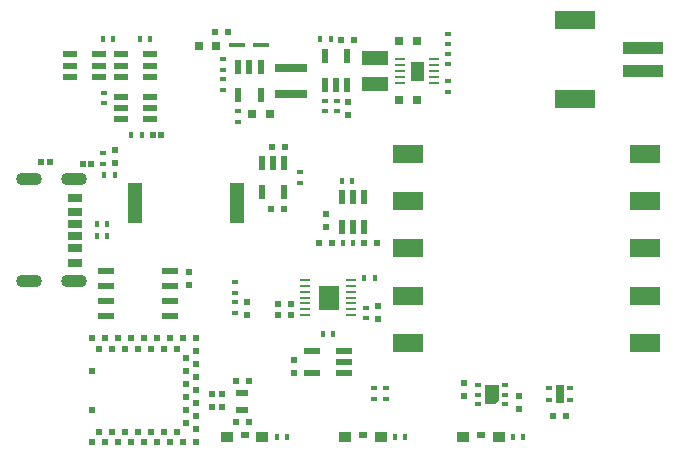
<source format=gtp>
G04 #@! TF.GenerationSoftware,KiCad,Pcbnew,(5.1.9)-1*
G04 #@! TF.CreationDate,2021-03-02T14:01:06-05:00*
G04 #@! TF.ProjectId,Canary,43616e61-7279-42e6-9b69-6361645f7063,A.1*
G04 #@! TF.SameCoordinates,Original*
G04 #@! TF.FileFunction,Paste,Top*
G04 #@! TF.FilePolarity,Positive*
%FSLAX46Y46*%
G04 Gerber Fmt 4.6, Leading zero omitted, Abs format (unit mm)*
G04 Created by KiCad (PCBNEW (5.1.9)-1) date 2021-03-02 14:01:06*
%MOMM*%
%LPD*%
G01*
G04 APERTURE LIST*
%ADD10C,0.010000*%
%ADD11R,1.200000X0.800000*%
%ADD12R,1.200000X0.760000*%
%ADD13R,1.200000X0.700000*%
%ADD14O,2.200000X1.100000*%
%ADD15R,0.590000X1.240000*%
%ADD16R,0.810000X0.260000*%
%ADD17R,0.400000X0.600000*%
%ADD18R,0.470000X0.600000*%
%ADD19R,1.100000X0.600000*%
%ADD20R,0.550000X0.400000*%
%ADD21C,0.100000*%
%ADD22R,2.500000X1.500000*%
%ADD23R,3.500000X1.000000*%
%ADD24R,3.400000X1.500000*%
%ADD25R,0.550000X0.350000*%
%ADD26R,0.700000X1.600000*%
%ADD27R,0.600000X1.220000*%
%ADD28R,0.600000X0.400000*%
%ADD29R,0.500000X0.600000*%
%ADD30R,0.600000X0.500000*%
%ADD31R,0.800000X0.750000*%
%ADD32R,1.358900X0.457200*%
%ADD33R,0.500000X0.500000*%
%ADD34R,2.220000X1.200000*%
%ADD35R,2.700000X0.800000*%
%ADD36R,1.300000X3.400000*%
%ADD37R,1.220000X0.500000*%
%ADD38R,1.447800X0.558800*%
%ADD39R,0.860000X0.270000*%
%ADD40R,1.320800X0.558800*%
%ADD41R,0.590000X1.210000*%
%ADD42R,0.800000X0.600000*%
%ADD43R,1.000000X0.900000*%
G04 APERTURE END LIST*
D10*
G36*
X150040000Y-82720000D02*
G01*
X151060000Y-82720000D01*
X151060000Y-84280000D01*
X150040000Y-84280000D01*
X150040000Y-82720000D01*
G37*
X150040000Y-82720000D02*
X151060000Y-82720000D01*
X151060000Y-84280000D01*
X150040000Y-84280000D01*
X150040000Y-82720000D01*
G36*
X142254426Y-101750000D02*
G01*
X143895000Y-101750000D01*
X143895000Y-103650666D01*
X142254426Y-103650666D01*
X142254426Y-101750000D01*
G37*
X142254426Y-101750000D02*
X143895000Y-101750000D01*
X143895000Y-103650666D01*
X142254426Y-103650666D01*
X142254426Y-101750000D01*
D11*
X121630000Y-94250000D03*
X121630000Y-99750000D03*
D12*
X121630000Y-95480000D03*
X121630000Y-98520000D03*
D13*
X121630000Y-96500000D03*
X121630000Y-97500000D03*
D14*
X121550000Y-92680000D03*
X121550000Y-101320000D03*
X117750000Y-92680000D03*
X117750000Y-101320000D03*
D15*
X137350000Y-83215000D03*
X136400000Y-83215000D03*
X135450000Y-83215000D03*
X135450000Y-85585000D03*
X137350000Y-85585000D03*
D16*
X149105000Y-82500000D03*
X149105000Y-83000000D03*
X149105000Y-83500000D03*
X149105000Y-84000000D03*
X149105000Y-84500000D03*
X151995000Y-84500000D03*
X151995000Y-84000000D03*
X151995000Y-83500000D03*
X151995000Y-83000000D03*
X151995000Y-82500000D03*
D17*
X126400000Y-88900000D03*
X127300000Y-88900000D03*
D18*
X119515000Y-91250000D03*
X118785000Y-91250000D03*
X128215000Y-88900000D03*
X128945000Y-88900000D03*
X123015000Y-91380000D03*
X122285000Y-91380000D03*
D19*
X135750000Y-110800000D03*
X135750000Y-112200000D03*
D20*
X158050000Y-111750000D03*
X158050000Y-110950000D03*
X158050000Y-110150000D03*
X155750000Y-110150000D03*
X155750000Y-110950000D03*
X155750000Y-111750000D03*
D21*
G36*
X156300000Y-110150000D02*
G01*
X157500000Y-110150000D01*
X157500000Y-111450000D01*
X157200000Y-111750000D01*
X156300000Y-111750000D01*
X156300000Y-110150000D01*
G37*
D22*
X169850000Y-106550000D03*
X169850000Y-102550000D03*
X169850000Y-98550000D03*
X169850000Y-94550000D03*
X169850000Y-90550000D03*
X149850000Y-90550000D03*
X149850000Y-94550000D03*
X149850000Y-98550000D03*
X149850000Y-102550000D03*
X149850000Y-106550000D03*
D23*
X169750000Y-83550000D03*
X169750000Y-81550000D03*
D24*
X164000000Y-85900000D03*
X164000000Y-79200000D03*
D25*
X163575000Y-111350000D03*
X163575000Y-110350000D03*
X161725000Y-110350000D03*
X161725000Y-111350000D03*
D26*
X162650000Y-110850000D03*
D27*
X142775000Y-84745000D03*
X143725000Y-84745000D03*
X144675000Y-84745000D03*
X144675000Y-82255000D03*
X142775000Y-82255000D03*
D17*
X124075000Y-92300000D03*
X124975000Y-92300000D03*
D28*
X124025000Y-91400000D03*
X124025000Y-90500000D03*
D29*
X124975000Y-91300000D03*
X124975000Y-90200000D03*
X136150000Y-103050000D03*
X136150000Y-104150000D03*
X133200000Y-112000000D03*
X133200000Y-110900000D03*
X134100000Y-112000000D03*
X134100000Y-110900000D03*
X131250000Y-100550000D03*
X131250000Y-101650000D03*
D30*
X136400000Y-109750000D03*
X135300000Y-109750000D03*
X135300000Y-113250000D03*
X136400000Y-113250000D03*
X163200000Y-112750000D03*
X162100000Y-112750000D03*
D29*
X159250000Y-112100000D03*
X159250000Y-111000000D03*
X154550000Y-111000000D03*
X154550000Y-109900000D03*
X142900000Y-96725000D03*
X142900000Y-95625000D03*
D30*
X146100000Y-98075000D03*
X147200000Y-98075000D03*
X143400000Y-98075000D03*
X142300000Y-98075000D03*
X139895000Y-104150000D03*
X138795000Y-104150000D03*
X139895000Y-103250000D03*
X138795000Y-103250000D03*
D29*
X147275000Y-104550000D03*
X147275000Y-103450000D03*
X140200000Y-109100000D03*
X140200000Y-108000000D03*
D31*
X150600000Y-86000000D03*
X149100000Y-86000000D03*
D30*
X139400000Y-89950000D03*
X138300000Y-89950000D03*
D31*
X150600000Y-81000000D03*
X149100000Y-81000000D03*
D30*
X144175000Y-80900000D03*
X145275000Y-80900000D03*
D31*
X136650000Y-87200000D03*
X138150000Y-87200000D03*
D30*
X139350000Y-95200000D03*
X138250000Y-95200000D03*
D29*
X144725000Y-86150000D03*
X144725000Y-87250000D03*
D31*
X132100000Y-81400000D03*
X133600000Y-81400000D03*
D30*
X134600000Y-80250000D03*
X133500000Y-80250000D03*
D32*
X135327650Y-81300000D03*
X137372350Y-81300000D03*
D33*
X123100000Y-114950000D03*
X123650000Y-114050000D03*
X124200000Y-114950000D03*
X124750000Y-114050000D03*
X125300000Y-114950000D03*
X125850000Y-114050000D03*
X126400000Y-114950000D03*
X126950000Y-114050000D03*
X127500000Y-114950000D03*
X128050000Y-114050000D03*
X128600000Y-114950000D03*
X129150000Y-114050000D03*
X129700000Y-114950000D03*
X130250000Y-114050000D03*
X130800000Y-114950000D03*
X131900000Y-114950000D03*
X131900000Y-113850000D03*
X131000000Y-113300000D03*
X131900000Y-112750000D03*
X131000000Y-112200000D03*
X131900000Y-111650000D03*
X131000000Y-111100000D03*
X131900000Y-110550000D03*
X131000000Y-110000000D03*
X131900000Y-109450000D03*
X131000000Y-108900000D03*
X131900000Y-108350000D03*
X131000000Y-107800000D03*
X131900000Y-107250000D03*
X131900000Y-106150000D03*
X130800000Y-106150000D03*
X130250000Y-107050000D03*
X129700000Y-106150000D03*
X129150000Y-107050000D03*
X128600000Y-106150000D03*
X128050000Y-107050000D03*
X127500000Y-106150000D03*
X126950000Y-107050000D03*
X126400000Y-106150000D03*
X125850000Y-107050000D03*
X125300000Y-106150000D03*
X124750000Y-107050000D03*
X124200000Y-106150000D03*
X123650000Y-107050000D03*
X123100000Y-106150000D03*
X123100000Y-108900000D03*
X123100000Y-112200000D03*
D34*
X147000000Y-84610000D03*
X147000000Y-82390000D03*
D35*
X139950000Y-85500000D03*
X139950000Y-83300000D03*
D36*
X126670000Y-94720000D03*
X135370000Y-94720000D03*
D37*
X121200000Y-82125000D03*
X121200000Y-83075000D03*
X121200000Y-84025000D03*
X123690000Y-84025000D03*
X123690000Y-83075000D03*
X123690000Y-82125000D03*
X127995000Y-84025000D03*
X127995000Y-83075000D03*
X127995000Y-82125000D03*
X125505000Y-82125000D03*
X125505000Y-83075000D03*
X125505000Y-84025000D03*
X125505000Y-85725000D03*
X125505000Y-86675000D03*
X125505000Y-87625000D03*
X127995000Y-87625000D03*
X127995000Y-86675000D03*
X127995000Y-85725000D03*
D28*
X135215000Y-102325000D03*
X135215000Y-101425000D03*
X135210000Y-103120000D03*
X135210000Y-104020000D03*
X146950000Y-110400000D03*
X146950000Y-111300000D03*
D17*
X124875000Y-80825000D03*
X123975000Y-80825000D03*
D28*
X147920000Y-110400000D03*
X147920000Y-111300000D03*
D17*
X127100000Y-80825000D03*
X128000000Y-80825000D03*
D28*
X124075000Y-85350000D03*
X124075000Y-86250000D03*
D17*
X138700000Y-114500000D03*
X139600000Y-114500000D03*
X148700000Y-114500000D03*
X149600000Y-114500000D03*
X158700000Y-114500000D03*
X159600000Y-114500000D03*
X144200000Y-92800000D03*
X145100000Y-92800000D03*
X145200000Y-98125000D03*
X144300000Y-98125000D03*
D28*
X146275000Y-104450000D03*
X146275000Y-103550000D03*
D17*
X147000000Y-101050000D03*
X146100000Y-101050000D03*
X143500000Y-105750000D03*
X142600000Y-105750000D03*
D28*
X153200000Y-84400000D03*
X153200000Y-85300000D03*
D17*
X123450000Y-97500000D03*
X124350000Y-97500000D03*
X123450000Y-96500000D03*
X124350000Y-96500000D03*
D28*
X153200000Y-80350000D03*
X153200000Y-81250000D03*
X153200000Y-82050000D03*
X153200000Y-82950000D03*
X143775000Y-86950000D03*
X143775000Y-86050000D03*
X142775000Y-86950000D03*
X142775000Y-86050000D03*
X140650000Y-93000000D03*
X140650000Y-92100000D03*
X135450000Y-86900000D03*
X135450000Y-87800000D03*
D17*
X143275000Y-80850000D03*
X142375000Y-80850000D03*
D28*
X134150000Y-82500000D03*
X134150000Y-83400000D03*
X134150000Y-84200000D03*
X134150000Y-85100000D03*
D38*
X124219500Y-100495000D03*
X124219500Y-101765000D03*
X124219500Y-103035000D03*
X124219500Y-104305000D03*
X129680500Y-104305000D03*
X129680500Y-103035000D03*
X129680500Y-101765000D03*
X129680500Y-100495000D03*
D27*
X146100000Y-94230000D03*
X145150000Y-94230000D03*
X144200000Y-94230000D03*
X144200000Y-96720000D03*
X145150000Y-96720000D03*
X146100000Y-96720000D03*
D39*
X141140000Y-101200000D03*
X141140000Y-101700000D03*
X141140000Y-102200000D03*
X141140000Y-102700000D03*
X141140000Y-103200000D03*
X141140000Y-103700000D03*
X141140000Y-104200000D03*
X145010000Y-104200000D03*
X145010000Y-103700000D03*
X145010000Y-103200000D03*
X145010000Y-102700000D03*
X145010000Y-102200000D03*
X145010000Y-101700000D03*
X145010000Y-101200000D03*
D40*
X144421600Y-109089800D03*
X144421600Y-108150000D03*
X144421600Y-107210200D03*
X141678400Y-107210200D03*
X141678400Y-109089800D03*
D41*
X139350000Y-91295000D03*
X138400000Y-91295000D03*
X137450000Y-91295000D03*
X137450000Y-93805000D03*
X139350000Y-93805000D03*
D42*
X136000000Y-114350000D03*
D43*
X134500000Y-114500000D03*
X137500000Y-114500000D03*
D42*
X146000000Y-114350000D03*
D43*
X144500000Y-114500000D03*
X147500000Y-114500000D03*
D42*
X156000000Y-114350000D03*
D43*
X154500000Y-114500000D03*
X157500000Y-114500000D03*
M02*

</source>
